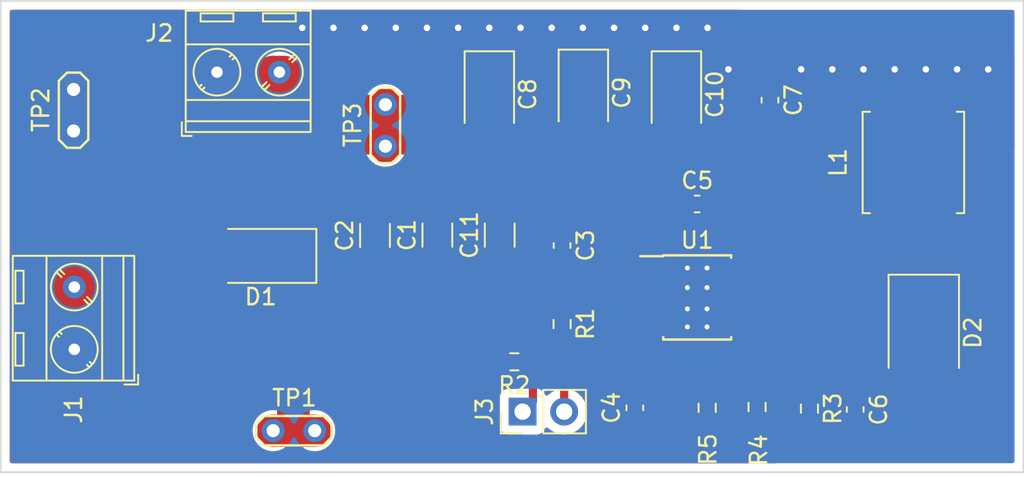
<source format=kicad_pcb>
(kicad_pcb (version 20211014) (generator pcbnew)
  (layers (0 "F.Cu" signal) (31 "B.Cu" signal) (34 "B.Paste" user) (35 "F.Paste" user) (36 "B.SilkS" user "B.Silkscreen") (37 "F.SilkS" user "F.Silkscreen") (38 "B.Mask" user) (39 "F.Mask" user) (44 "Edge.Cuts" user))
  (net 0 "")
  (net 1 "VIN")
  (net 2 "GND")
  (net 3 "Net-(C4-Pad2)")
  (net 4 "Net-(C5-Pad1)")
  (net 5 "Net-(C5-Pad2)")
  (net 6 "Net-(C6-Pad2)")
  (net 7 "3.9V")
  (net 8 "Net-(D1-Pad2)")
  (net 9 "Net-(R1-Pad2)")
  (net 10 "Net-(R3-Pad1)")
  (net 11 "Net-(R4-Pad2)")
  (net 12 "Net-(U1-Pad3)")
  (footprint "Resistor_SMD:R_0603_1608Metric_Pad0.98x0.95mm_HandSolder" (layer "F.Cu") (at 56.134 55.352 180)
    (fp_text reference "R2" (at 0 -1.43) (layer "F.SilkS"))
    (fp_text value "68k")
    (fp_line (start -0.254724 0.5225) (end 0.254724 0.5225) (layer "F.SilkS") (width 0.12))
    (fp_line (start -0.254724 -0.5225) (end 0.254724 -0.5225) (layer "F.SilkS") (width 0.12))
    (pad "1" smd roundrect (at -0.9125 0 180) (size 0.975 0.95) (layers "F.Cu" "F.Paste" "F.Mask") (net 9 "Net-(R1-Pad2)"))
    (pad "2" smd roundrect (at 0.9125 0 180) (size 0.975 0.95) (layers "F.Cu" "F.Paste" "F.Mask") (net 2 "GND"))
  )
  (footprint "Diode_SMD:D_SMA" (layer "F.Cu") (at 40.64 48.875 180)
    (fp_text reference "D1" (at 0 -2.5) (layer "F.SilkS"))
    (fp_text value "1N4007")
    (fp_line (start -3.4 1.65) (end 2 1.65) (layer "F.SilkS") (width 0.12))
    (fp_line (start -3.4 -1.65) (end 2 -1.65) (layer "F.SilkS") (width 0.12))
    (fp_line (start -3.4 -1.65) (end -3.4 1.65) (layer "F.SilkS") (width 0.12))
    (pad "1" smd rect (at -2 0 180) (size 2.5 1.8) (layers "F.Cu" "F.Paste" "F.Mask") (net 1 "VIN"))
    (pad "2" smd rect (at 2 0 180) (size 2.5 1.8) (layers "F.Cu" "F.Paste" "F.Mask") (net 8 "Net-(D1-Pad2)"))
  )
  (footprint "TestPoint:TestPoint_2Pads_Pitch2.54mm_Drill0.8mm" (layer "F.Cu") (at 48.26 42.164 90)
    (fp_text reference "TP3" (at 1.3 -2 90) (layer "F.SilkS"))
    (fp_text value "VOUT")
    (fp_line (start 3.07 0.9) (end -0.53 0.9) (layer "F.SilkS") (width 0.15))
    (fp_line (start 3.07 -0.9) (end 3.57 -0.4) (layer "F.SilkS") (width 0.15))
    (fp_line (start -0.53 -0.9) (end 3.07 -0.9) (layer "F.SilkS") (width 0.15))
    (fp_line (start 3.57 -0.4) (end 3.57 0.4) (layer "F.SilkS") (width 0.15))
    (fp_line (start -1.03 0.4) (end -1.03 -0.4) (layer "F.SilkS") (width 0.15))
    (fp_line (start -1.03 -0.4) (end -0.53 -0.9) (layer "F.SilkS") (width 0.15))
    (fp_line (start -0.53 0.9) (end -1.03 0.4) (layer "F.SilkS") (width 0.15))
    (fp_line (start 3.57 0.4) (end 3.07 0.9) (layer "F.SilkS") (width 0.15))
    (pad "1" thru_hole circle (at 0 0 90) (size 1.4 1.4) (drill 0.8) (layers *.Cu *.Mask) (net 7 "3.9V"))
    (pad "2" thru_hole circle (at 2.54 0 90) (size 1.4 1.4) (drill 0.8) (layers *.Cu *.Mask) (net 7 "3.9V"))
  )
  (footprint "Diode_SMD:D_SMB" (layer "F.Cu") (at 81.153 53.574 -90)
    (fp_text reference "D2" (at 0 -3 90) (layer "F.SilkS"))
    (fp_text value "STPS340U")
    (fp_line (start -3.55 2.15) (end 2.15 2.15) (layer "F.SilkS") (width 0.12))
    (fp_line (start -3.55 -2.15) (end 2.15 -2.15) (layer "F.SilkS") (width 0.12))
    (fp_line (start -3.55 -2.15) (end -3.55 2.15) (layer "F.SilkS") (width 0.12))
    (pad "1" smd rect (at -2.15 0 270) (size 2.5 2.3) (layers "F.Cu" "F.Paste" "F.Mask") (net 5 "Net-(C5-Pad2)"))
    (pad "2" smd rect (at 2.15 0 270) (size 2.5 2.3) (layers "F.Cu" "F.Paste" "F.Mask") (net 2 "GND"))
  )
  (footprint "Resistor_SMD:R_0603_1608Metric_Pad0.98x0.95mm_HandSolder" (layer "F.Cu") (at 74.168 58.2168 -90)
    (fp_text reference "R3" (at 0 -1.43 90) (layer "F.SilkS"))
    (fp_text value "33k")
    (fp_line (start -0.254724 -0.5225) (end 0.254724 -0.5225) (layer "F.SilkS") (width 0.12))
    (fp_line (start -0.254724 0.5225) (end 0.254724 0.5225) (layer "F.SilkS") (width 0.12))
    (pad "1" smd roundrect (at -0.9125 0 270) (size 0.975 0.95) (layers "F.Cu" "F.Paste" "F.Mask") (net 10 "Net-(R3-Pad1)"))
    (pad "2" smd roundrect (at 0.9125 0 270) (size 0.975 0.95) (layers "F.Cu" "F.Paste" "F.Mask") (net 6 "Net-(C6-Pad2)"))
  )
  (footprint "Capacitor_SMD:C_0603_1608Metric_Pad1.08x0.95mm_HandSolder" (layer "F.Cu") (at 67.31 45.7)
    (fp_text reference "C5" (at 0 -1.43) (layer "F.SilkS"))
    (fp_text value "100nF")
    (fp_line (start -0.146267 -0.51) (end 0.146267 -0.51) (layer "F.SilkS") (width 0.12))
    (fp_line (start -0.146267 0.51) (end 0.146267 0.51) (layer "F.SilkS") (width 0.12))
    (pad "1" smd roundrect (at -0.8625 0) (size 1.075 0.95) (layers "F.Cu" "F.Paste" "F.Mask") (net 4 "Net-(C5-Pad1)"))
    (pad "2" smd roundrect (at 0.8625 0) (size 1.075 0.95) (layers "F.Cu" "F.Paste" "F.Mask") (net 5 "Net-(C5-Pad2)"))
  )
  (footprint "Capacitor_SMD:C_1206_3216Metric_Pad1.33x1.80mm_HandSolder" (layer "F.Cu") (at 55.245 47.605 90)
    (fp_text reference "C11" (at 0 -1.85 90) (layer "F.SilkS"))
    (fp_text value "10uF")
    (fp_line (start -0.711252 -0.91) (end 0.711252 -0.91) (layer "F.SilkS") (width 0.12))
    (fp_line (start -0.711252 0.91) (end 0.711252 0.91) (layer "F.SilkS") (width 0.12))
    (pad "1" smd roundrect (at -1.5625 0 90) (size 1.325 1.8) (layers "F.Cu" "F.Paste" "F.Mask") (roundrect_rratio 0.188679) (net 1 "VIN"))
    (pad "2" smd roundrect (at 1.5625 0 90) (size 1.325 1.8) (layers "F.Cu" "F.Paste" "F.Mask") (roundrect_rratio 0.188679) (net 2 "GND"))
  )
  (footprint "Capacitor_SMD:C_0603_1608Metric_Pad1.08x0.95mm_HandSolder" (layer "F.Cu") (at 76.962 58.2676 -90)
    (fp_text reference "C6" (at 0 -1.43 90) (layer "F.SilkS"))
    (fp_text value "1nF")
    (fp_line (start -0.146267 -0.51) (end 0.146267 -0.51) (layer "F.SilkS") (width 0.12))
    (fp_line (start -0.146267 0.51) (end 0.146267 0.51) (layer "F.SilkS") (width 0.12))
    (pad "1" smd roundrect (at -0.8625 0 270) (size 1.075 0.95) (layers "F.Cu" "F.Paste" "F.Mask") (net 2 "GND"))
    (pad "2" smd roundrect (at 0.8625 0 270) (size 1.075 0.95) (layers "F.Cu" "F.Paste" "F.Mask") (net 6 "Net-(C6-Pad2)"))
  )
  (footprint "Connector_PinHeader_2.54mm:PinHeader_1x02_P2.54mm_Vertical" (layer "F.Cu") (at 56.642 58.4 90)
    (fp_text reference "J3" (at 0 -2.33 90) (layer "F.SilkS"))
    (fp_text value "JP")
    (fp_line (start -1.33 3.87) (end 1.33 3.87) (layer "F.SilkS") (width 0.12))
    (fp_line (start -1.33 1.27) (end 1.33 1.27) (layer "F.SilkS") (width 0.12))
    (fp_line (start -1.33 -1.33) (end 0 -1.33) (layer "F.SilkS") (width 0.12))
    (fp_line (start -1.33 1.27) (end -1.33 3.87) (layer "F.SilkS") (width 0.12))
    (fp_line (start 1.33 1.27) (end 1.33 3.87) (layer "F.SilkS") (width 0.12))
    (fp_line (start -1.33 0) (end -1.33 -1.33) (layer "F.SilkS") (width 0.12))
    (pad "1" thru_hole rect (at 0 0 90) (size 1.7 1.7) (drill 1) (layers *.Cu *.Mask) (net 9 "Net-(R1-Pad2)"))
    (pad "2" thru_hole oval (at 0 2.54 90) (size 1.7 1.7) (drill 1) (layers *.Cu *.Mask) (net 12 "Net-(U1-Pad3)"))
  )
  (footprint "Capacitor_Tantalum_SMD:CP_EIA-3528-21_Kemet-B_Pad1.50x2.35mm_HandSolder" (layer "F.Cu") (at 66.04 38.995 -90)
    (fp_text reference "C10" (at 0 -2.35 90) (layer "F.SilkS"))
    (fp_text value "47uF")
    (fp_line (start -2.635 1.51) (end 1.75 1.51) (layer "F.SilkS") (width 0.12))
    (fp_line (start -2.635 -1.51) (end -2.635 1.51) (layer "F.SilkS") (width 0.12))
    (fp_line (start 1.75 -1.51) (end -2.635 -1.51) (layer "F.SilkS") (width 0.12))
    (pad "1" smd roundrect (at -1.625 0 270) (size 1.5 2.35) (layers "F.Cu" "F.Paste" "F.Mask") (roundrect_rratio 0.166667) (net 2 "GND"))
    (pad "2" smd roundrect (at 1.625 0 270) (size 1.5 2.35) (layers "F.Cu" "F.Paste" "F.Mask") (roundrect_rratio 0.166667) (net 7 "3.9V"))
  )
  (footprint "Inductor_SMD:L_Bourns_SRN6045TA" (layer "F.Cu") (at 80.518 43.16 90)
    (fp_text reference "L1" (at 0 -4.6 90) (layer "F.SilkS"))
    (fp_text value "SRN6045TA-100M")
    (fp_line (start -3.1 -3.1) (end 3.1 -3.1) (layer "F.SilkS") (width 0.12))
    (fp_line (start -3.1 3.1) (end -3.1 2.65) (layer "F.SilkS") (width 0.12))
    (fp_line (start 3.1 3.1) (end -3.1 3.1) (layer "F.SilkS") (width 0.12))
    (fp_line (start 3.1 -3.1) (end 3.1 -2.65) (layer "F.SilkS") (width 0.12))
    (fp_line (start 3.1 3.1) (end 3.1 2.65) (layer "F.SilkS") (width 0.12))
    (fp_line (start -3.1 -3.1) (end -3.1 -2.65) (layer "F.SilkS") (width 0.12))
    (pad "1" smd rect (at -2.075 0 90) (size 2.35 5.1) (layers "F.Cu" "F.Paste" "F.Mask") (net 5 "Net-(C5-Pad2)"))
    (pad "2" smd rect (at 2.075 0 90) (size 2.35 5.1) (layers "F.Cu" "F.Paste" "F.Mask") (net 7 "3.9V"))
  )
  (footprint "Resistor_SMD:R_0603_1608Metric_Pad0.98x0.95mm_HandSolder" (layer "F.Cu") (at 67.9196 58.166 -90)
    (fp_text reference "R5" (at 2.5419 -0.0508 90) (layer "F.SilkS"))
    (fp_text value "2.7k")
    (fp_line (start -0.254724 -0.5225) (end 0.254724 -0.5225) (layer "F.SilkS") (width 0.12))
    (fp_line (start -0.254724 0.5225) (end 0.254724 0.5225) (layer "F.SilkS") (width 0.12))
    (pad "1" smd roundrect (at -0.9125 0 270) (size 0.975 0.95) (layers "F.Cu" "F.Paste" "F.Mask") (net 11 "Net-(R4-Pad2)"))
    (pad "2" smd roundrect (at 0.9125 0 270) (size 0.975 0.95) (layers "F.Cu" "F.Paste" "F.Mask") (net 2 "GND"))
  )
  (footprint "Capacitor_SMD:C_0603_1608Metric_Pad1.08x0.95mm_HandSolder" (layer "F.Cu") (at 63.5 58.166 90)
    (fp_text reference "C4" (at 0 -1.43 90) (layer "F.SilkS"))
    (fp_text value "8.2nF")
    (fp_line (start -0.146267 0.51) (end 0.146267 0.51) (layer "F.SilkS") (width 0.12))
    (fp_line (start -0.146267 -0.51) (end 0.146267 -0.51) (layer "F.SilkS") (width 0.12))
    (pad "1" smd roundrect (at -0.8625 0 90) (size 1.075 0.95) (layers "F.Cu" "F.Paste" "F.Mask") (net 2 "GND"))
    (pad "2" smd roundrect (at 0.8625 0 90) (size 1.075 0.95) (layers "F.Cu" "F.Paste" "F.Mask") (net 3 "Net-(C4-Pad2)"))
  )
  (footprint "Capacitor_SMD:C_1206_3216Metric_Pad1.33x1.80mm_HandSolder" (layer "F.Cu") (at 47.625 47.625 90)
    (fp_text reference "C2" (at 0 -1.85 90) (layer "F.SilkS"))
    (fp_text value "10uF")
    (fp_line (start -0.711252 -0.91) (end 0.711252 -0.91) (layer "F.SilkS") (width 0.12))
    (fp_line (start -0.711252 0.91) (end 0.711252 0.91) (layer "F.SilkS") (width 0.12))
    (pad "1" smd roundrect (at -1.5625 0 90) (size 1.325 1.8) (layers "F.Cu" "F.Paste" "F.Mask") (roundrect_rratio 0.188679) (net 1 "VIN"))
    (pad "2" smd roundrect (at 1.5625 0 90) (size 1.325 1.8) (layers "F.Cu" "F.Paste" "F.Mask") (roundrect_rratio 0.188679) (net 2 "GND"))
  )
  (footprint "Capacitor_SMD:C_1206_3216Metric_Pad1.33x1.80mm_HandSolder" (layer "F.Cu") (at 51.435 47.605 90)
    (fp_text reference "C1" (at 0 -1.85 90) (layer "F.SilkS"))
    (fp_text value "10uF")
    (fp_line (start -0.711252 0.91) (end 0.711252 0.91) (layer "F.SilkS") (width 0.12))
    (fp_line (start -0.711252 -0.91) (end 0.711252 -0.91) (layer "F.SilkS") (width 0.12))
    (pad "1" smd roundrect (at -1.5625 0 90) (size 1.325 1.8) (layers "F.Cu" "F.Paste" "F.Mask") (roundrect_rratio 0.188679) (net 1 "VIN"))
    (pad "2" smd roundrect (at 1.5625 0 90) (size 1.325 1.8) (layers "F.Cu" "F.Paste" "F.Mask") (roundrect_rratio 0.188679) (net 2 "GND"))
  )
  (footprint "TestPoint:TestPoint_2Pads_Pitch2.54mm_Drill0.8mm" (layer "F.Cu") (at 41.402 59.563)
    (fp_text reference "TP1" (at 1.3 -2) (layer "F.SilkS"))
    (fp_text value "VIN")
    (fp_line (start 3.07 0.9) (end -0.53 0.9) (layer "F.SilkS") (width 0.15))
    (fp_line (start -0.53 0.9) (end -1.03 0.4) (layer "F.SilkS") (width 0.15))
    (fp_line (start 3.07 -0.9) (end 3.57 -0.4) (layer "F.SilkS") (width 0.15))
    (fp_line (start -1.03 0.4) (end -1.03 -0.4) (layer "F.SilkS") (width 0.15))
    (fp_line (start -1.03 -0.4) (end -0.53 -0.9) (layer "F.SilkS") (width 0.15))
    (fp_line (start -0.53 -0.9) (end 3.07 -0.9) (layer "F.SilkS") (width 0.15))
    (fp_line (start 3.57 -0.4) (end 3.57 0.4) (layer "F.SilkS") (width 0.15))
    (fp_line (start 3.57 0.4) (end 3.07 0.9) (layer "F.SilkS") (width 0.15))
    (pad "1" thru_hole circle (at 0 0) (size 1.4 1.4) (drill 0.8) (layers *.Cu *.Mask) (net 1 "VIN"))
    (pad "2" thru_hole circle (at 2.54 0) (size 1.4 1.4) (drill 0.8) (layers *.Cu *.Mask) (net 1 "VIN"))
  )
  (footprint "Resistor_SMD:R_0603_1608Metric_Pad0.98x0.95mm_HandSolder" (layer "F.Cu") (at 59.055 53.0425 -90)
    (fp_text reference "R1" (at 0 -1.43 90) (layer "F.SilkS"))
    (fp_text value "333k")
    (fp_line (start -0.254724 0.5225) (end 0.254724 0.5225) (layer "F.SilkS") (width 0.12))
    (fp_line (start -0.254724 -0.5225) (end 0.254724 -0.5225) (layer "F.SilkS") (width 0.12))
    (pad "1" smd roundrect (at -0.9125 0 270) (size 0.975 0.95) (layers "F.Cu" "F.Paste" "F.Mask") (net 1 "VIN"))
    (pad "2" smd roundrect (at 0.9125 0 270) (size 0.975 0.95) (layers "F.Cu" "F.Paste" "F.Mask") (net 9 "Net-(R1-Pad2)"))
  )
  (footprint "Capacitor_Tantalum_SMD:CP_EIA-3528-21_Kemet-B_Pad1.50x2.35mm_HandSolder" (layer "F.Cu") (at 54.61 38.995 -90)
    (fp_text reference "C8" (at 0 -2.35 90) (layer "F.SilkS"))
    (fp_text value "47uF")
    (fp_line (start 1.75 -1.51) (end -2.635 -1.51) (layer "F.SilkS") (width 0.12))
    (fp_line (start -2.635 1.51) (end 1.75 1.51) (layer "F.SilkS") (width 0.12))
    (fp_line (start -2.635 -1.51) (end -2.635 1.51) (layer "F.SilkS") (width 0.12))
    (pad "1" smd roundrect (at -1.625 0 270) (size 1.5 2.35) (layers "F.Cu" "F.Paste" "F.Mask") (roundrect_rratio 0.166667) (net 2 "GND"))
    (pad "2" smd roundrect (at 1.625 0 270) (size 1.5 2.35) (layers "F.Cu" "F.Paste" "F.Mask") (roundrect_rratio 0.166667) (net 7 "3.9V"))
  )
  (footprint "TestPoint:TestPoint_2Pads_Pitch2.54mm_Drill0.8mm" (layer "F.Cu") (at 29.21 41.235 90)
    (fp_text reference "TP2" (at 1.3 -2 90) (layer "F.SilkS"))
    (fp_text value "GND")
    (fp_line (start 3.57 0.4) (end 3.07 0.9) (layer "F.SilkS") (width 0.15))
    (fp_line (start 3.57 -0.4) (end 3.57 0.4) (layer "F.SilkS") (width 0.15))
    (fp_line (start -1.03 -0.4) (end -0.53 -0.9) (layer "F.SilkS") (width 0.15))
    (fp_line (start 3.07 0.9) (end -0.53 0.9) (layer "F.SilkS") (width 0.15))
    (fp_line (start -0.53 -0.9) (end 3.07 -0.9) (layer "F.SilkS") (width 0.15))
    (fp_line (start -0.53 0.9) (end -1.03 0.4) (layer "F.SilkS") (width 0.15))
    (fp_line (start 3.07 -0.9) (end 3.57 -0.4) (layer "F.SilkS") (width 0.15))
    (fp_line (start -1.03 0.4) (end -1.03 -0.4) (layer "F.SilkS") (width 0.15))
    (pad "1" thru_hole circle (at 0 0 90) (size 1.4 1.4) (drill 0.8) (layers *.Cu *.Mask) (net 2 "GND"))
    (pad "2" thru_hole circle (at 2.54 0 90) (size 1.4 1.4) (drill 0.8) (layers *.Cu *.Mask) (net 2 "GND"))
  )
  (footprint "Capacitor_Tantalum_SMD:CP_EIA-3528-21_Kemet-B_Pad1.50x2.35mm_HandSolder" (layer "F.Cu") (at 60.355 38.895 -90)
    (fp_text reference "C9" (at 0 -2.35 90) (layer "F.SilkS"))
    (fp_text value "47uF")
    (fp_line (start 1.75 -1.51) (end -2.635 -1.51) (layer "F.SilkS") (width 0.12))
    (fp_line (start -2.635 1.51) (end 1.75 1.51) (layer "F.SilkS") (width 0.12))
    (fp_line (start -2.635 -1.51) (end -2.635 1.51) (layer "F.SilkS") (width 0.12))
    (pad "1" smd roundrect (at -1.625 0 270) (size 1.5 2.35) (layers "F.Cu" "F.Paste" "F.Mask") (roundrect_rratio 0.166667) (net 2 "GND"))
    (pad "2" smd roundrect (at 1.625 0 270) (size 1.5 2.35) (layers "F.Cu" "F.Paste" "F.Mask") (roundrect_rratio 0.166667) (net 7 "3.9V"))
  )
  (footprint "Package_SO:TI_SO-PowerPAD-8_ThermalVias" (layer "F.Cu") (at 67.31 51.415)
    (fp_text reference "U1" (at 0 -3.5) (layer "F.SilkS"))
    (fp_text value "TPS54331DDA")
    (fp_line (start -2.075 2.575) (end -2.075 2.43) (layer "F.SilkS") (width 0.15))
    (fp_line (start 2.075 2.575) (end 2.075 2.43) (layer "F.SilkS") (width 0.15))
    (fp_line (start 2.075 -2.575) (end 2.075 -2.43) (layer "F.SilkS") (width 0.15))
    (fp_line (start -2.075 -2.525) (end -3.475 -2.525) (layer "F.SilkS") (width 0.15))
    (fp_line (start -2.075 -2.575) (end 2.075 -2.575) (layer "F.SilkS") (width 0.15))
    (fp_line (start -2.075 2.575) (end 2.075 2.575) (layer "F.SilkS") (width 0.15))
    (fp_line (start -2.075 -2.575) (end -2.075 -2.525) (layer "F.SilkS") (width 0.15))
    (pad "1" smd rect (at -2.7 -1.905) (size 1.55 0.6) (layers "F.Cu" "F.Paste" "F.Mask") (net 4 "Net-(C5-Pad1)"))
    (pad "2" smd rect (at -2.7 -0.635) (size 1.55 0.6) (layers "F.Cu" "F.Paste" "F.Mask") (net 1 "VIN"))
    (pad "3" smd rect (at -2.7 0.635) (size 1.55 0.6) (layers "F.Cu" "F.Paste" "F.Mask") (net 12 "Net-(U1-Pad3)"))
    (pad "4" smd rect (at -2.7 1.905) (size 1.55 0.6) (layers "F.Cu" "F.Paste" "F.Mask") (net 3 "Net-(C4-Pad2)"))
    (pad "5" smd rect (at 2.7 1.905) (size 1.55 0.6) (layers "F.Cu" "F.Paste" "F.Mask") (net 11 "Net-(R4-Pad2)"))
    (pad "6" smd rect (at 2.7 0.635) (size 1.55 0.6) (layers "F.Cu" "F.Paste" "F.Mask") (net 10 "Net-(R3-Pad1)"))
    (pad "7" smd rect (at 2.7 -0.635) (size 1.55 0.6) (layers "F.Cu" "F.Paste" "F.Mask") (net 2 "GND"))
    (pad "8" smd rect (at 2.7 -1.905) (size 1.55 0.6) (layers "F.Cu" "F.Paste" "F.Mask") (net 5 "Net-(C5-Pad2)"))
    (pad "9" smd rect (at 0 0) (size 2.6 3.1) (layers "F.Cu" "F.Paste" "F.Mask") (net 2 "GND"))
    (pad "9" thru_hole circle (at -0.6 -0.6) (size 0.6 0.6) (drill 0.3) (layers *.Cu) (net 2 "GND"))
    (pad "9" thru_hole circle (at -0.6 -1.8) (size 0.6 0.6) (drill 0.3) (layers *.Cu) (net 2 "GND"))
    (pad "9" thru_hole circle (at 0.6 -1.8) (size 0.6 0.6) (drill 0.3) (layers *.Cu) (net 2 "GND"))
    (pad "9" thru_hole circle (at -0.6 1.8) (size 0.6 0.6) (drill 0.3) (layers *.Cu) (net 2 "GND"))
    (pad "9" thru_hole circle (at 0.6 -0.6) (size 0.6 0.6) (drill 0.3) (layers *.Cu) (net 2 "GND"))
    (pad "9" thru_hole circle (at -0.6 0.7) (size 0.6 0.6) (drill 0.3) (layers *.Cu) (net 2 "GND"))
    (pad "9" smd rect (at 0 0) (size 2.95 4.5) (layers "B.Cu") (net 2 "GND"))
    (pad "9" thru_hole circle (at 0.6 0.7) (size 0.6 0.6) (drill 0.3) (layers *.Cu) (net 2 "GND"))
    (pad "9" smd rect (at 0 0) (size 2.95 4.5) (layers "F.Cu") (net 2 "GND"))
    (pad "9" thru_hole circle (at 0.6 1.8) (size 0.6 0.6) (drill 0.3) (layers *.Cu) (net 2 "GND"))
  )
  (footprint "TerminalBlock_MetzConnect:TerminalBlock_MetzConnect_Type086_RT03402HBLC_1x02_P3.81mm_Horizontal" (layer "F.Cu") (at 37.973 37.637)
    (fp_text reference "J2" (at -3.5306 -2.3818) (layer "F.SilkS"))
    (fp_text value "VOUT")
    (fp_line (start -2.15 3.9) (end -1.55 3.9) (layer "F.SilkS") (width 0.12))
    (fp_line (start -1 -3.6) (end 1 -3.6) (layer "F.SilkS") (width 0.12))
    (fp_line (start 3.2 0.786) (end 2.9 1.085) (layer "F.SilkS") (width 0.12))
    (fp_line (start -2.15 3.06) (end -2.15 3.9) (layer "F.SilkS") (width 0.12))
    (fp_line (start 1 -3.6) (end 1 -3.1) (layer "F.SilkS") (width 0.12))
    (fp_line (start 4.81 -3.6) (end 4.81 -3.1) (layer "F.SilkS") (width 0.12))
    (fp_line (start 2.81 -3.1) (end 4.81 -3.1) (layer "F.SilkS") (width 0.12))
    (fp_line (start -0.771 0.945) (end -0.911 1.085) (layer "F.SilkS") (width 0.12))
    (fp_line (start 4.721 -1.085) (end 4.421 -0.786) (layer "F.SilkS") (width 0.12))
    (fp_line (start -1.91 -3.76) (end -1.91 3.66) (layer "F.SilkS") (width 0.12))
    (fp_line (start -1.91 3.66) (end 5.72 3.66) (layer "F.SilkS") (width 0.12))
    (fp_line (start -0.946 0.771) (end -1.085 0.91) (layer "F.SilkS") (width 0.12))
    (fp_line (start 1.085 -0.91) (end 0.945 -0.771) (layer "F.SilkS") (width 0.12))
    (fp_line (start -1 -3.6) (end -1 -3.1) (layer "F.SilkS") (width 0.12))
    (fp_line (start 3.025 0.611) (end 2.726 0.91) (layer "F.SilkS") (width 0.12))
    (fp_line (start -1 -3.1) (end 1 -3.1) (layer "F.SilkS") (width 0.12))
    (fp_line (start 5.72 -3.76) (end 5.72 3.66) (layer "F.SilkS") (width 0.12))
    (fp_line (start -1.91 3) (end 5.72 3) (layer "F.SilkS") (width 0.12))
    (fp_line (start -1.91 1.701) (end 5.72 1.701) (layer "F.SilkS") (width 0.12))
    (fp_line (start 4.895 -0.91) (end 4.596 -0.611) (layer "F.SilkS") (width 0.12))
    (fp_line (start 0.911 -1.085) (end 0.771 -0.945) (layer "F.SilkS") (width 0.12))
    (fp_line (start -1.91 -3.76) (end 5.72 -3.76) (layer "F.SilkS") (width 0.12))
    (fp_line (start 2.81 -3.6) (end 4.81 -3.6) (layer "F.SilkS") (width 0.12))
    (fp_line (start -1.91 -1.7) (end 5.72 -1.7) (layer "F.SilkS") (width 0.12))
    (fp_line (start 2.81 -3.6) (end 2.81 -3.1) (layer "F.SilkS") (width 0.12))
    (fp_circle (center 0 0) (end 1.43 0) (layer "F.SilkS") (width 0.12) (fill none))
    (fp_circle (center 3.81 0) (end 5.24 0) (layer "F.SilkS") (width 0.12) (fill none))
    (pad "1" thru_hole rect (at 0 0) (size 1.4 1.4) (drill 0.7) (layers *.Cu *.Mask) (net 2 "GND"))
    (pad "2" thru_hole circle (at 3.81 0) (size 1.4 1.4) (drill 0.7) (layers *.Cu *.Mask) (net 7 "3.9V"))
  )
  (footprint "TerminalBlock_MetzConnect:TerminalBlock_MetzConnect_Type086_RT03402HBLC_1x02_P3.81mm_Horizontal" (layer "F.Cu") (at 29.255 54.59 90)
    (fp_text reference "J1" (at -3.6776 -0.045 90) (layer "F.SilkS"))
    (fp_text value "VIN")
    (fp_line (start -1.91 3) (end 5.72 3) (layer "F.SilkS") (width 0.12))
    (fp_line (start 4.895 -0.91) (end 4.596 -0.611) (layer "F.SilkS") (width 0.12))
    (fp_line (start 2.81 -3.1) (end 4.81 -3.1) (layer "F.SilkS") (width 0.12))
    (fp_line (start -1.91 -3.76) (end -1.91 3.66) (layer "F.SilkS") (width 0.12))
    (fp_line (start 4.81 -3.6) (end 4.81 -3.1) (layer "F.SilkS") (width 0.12))
    (fp_line (start -1 -3.6) (end -1 -3.1) (layer "F.SilkS") (width 0.12))
    (fp_line (start 2.81 -3.6) (end 4.81 -3.6) (layer "F.SilkS") (width 0.12))
    (fp_line (start 1.085 -0.91) (end 0.945 -0.771) (layer "F.SilkS") (width 0.12))
    (fp_line (start -0.771 0.945) (end -0.911 1.085) (layer "F.SilkS") (width 0.12))
    (fp_line (start -1.91 1.701) (end 5.72 1.701) (layer "F.SilkS") (width 0.12))
    (fp_line (start -1.91 -3.76) (end 5.72 -3.76) (layer "F.SilkS") (width 0.12))
    (fp_line (start -1.91 3.66) (end 5.72 3.66) (layer "F.SilkS") (width 0.12))
    (fp_line (start -1 -3.6) (end 1 -3.6) (layer "F.SilkS") (width 0.12))
    (fp_line (start -2.15 3.06) (end -2.15 3.9) (layer "F.SilkS") (width 0.12))
    (fp_line (start -0.946 0.771) (end -1.085 0.91) (layer "F.SilkS") (width 0.12))
    (fp_line (start 3.025 0.611) (end 2.726 0.91) (layer "F.SilkS") (width 0.12))
    (fp_line (start -1.91 -1.7) (end 5.72 -1.7) (layer "F.SilkS") (width 0.12))
    (fp_line (start -1 -3.1) (end 1 -3.1) (layer "F.SilkS") (width 0.12))
    (fp_line (start -2.15 3.9) (end -1.55 3.9) (layer "F.SilkS") (width 0.12))
    (fp_line (start 5.72 -3.76) (end 5.72 3.66) (layer "F.SilkS") (width 0.12))
    (fp_line (start 2.81 -3.6) (end 2.81 -3.1) (layer "F.SilkS") (width 0.12))
    (fp_line (start 1 -3.6) (end 1 -3.1) (layer "F.SilkS") (width 0.12))
    (fp_line (start 4.721 -1.085) (end 4.421 -0.786) (layer "F.SilkS") (width 0.12))
    (fp_line (start 3.2 0.786) (end 2.9 1.085) (layer "F.SilkS") (width 0.12))
    (fp_line (start 0.911 -1.085) (end 0.771 -0.945) (layer "F.SilkS") (width 0.12))
    (fp_circle (center 0 0) (end 1.43 0) (layer "F.SilkS") (width 0.12) (fill none))
    (fp_circle (center 3.81 0) (end 5.24 0) (layer "F.SilkS") (width 0.12) (fill none))
    (pad "1" thru_hole rect (at 0 0 90) (size 1.4 1.4) (drill 0.7) (layers *.Cu *.Mask) (net 2 "GND"))
    (pad "2" thru_hole circle (at 3.81 0 90) (size 1.4 1.4) (drill 0.7) (layers *.Cu *.Mask) (net 8 "Net-(D1-Pad2)"))
  )
  (footprint "Capacitor_SMD:C_0603_1608Metric_Pad1.08x0.95mm_HandSolder" (layer "F.Cu") (at 59.055 48.24 -90)
    (fp_text reference "C3" (at 0 -1.43 90) (layer "F.SilkS"))
    (fp_text value "100nF")
    (fp_line (start -0.146267 -0.51) (end 0.146267 -0.51) (layer "F.SilkS") (width 0.12))
    (fp_line (start -0.146267 0.51) (end 0.146267 0.51) (layer "F.SilkS") (width 0.12))
    (pad "1" smd roundrect (at -0.8625 0 270) (size 1.075 0.95) (layers "F.Cu" "F.Paste" "F.Mask") (net 2 "GND"))
    (pad "2" smd roundrect (at 0.8625 0 270) (size 1.075 0.95) (layers "F.Cu" "F.Paste" "F.Mask") (net 1 "VIN"))
  )
  (footprint "Capacitor_SMD:C_0603_1608Metric_Pad1.08x0.95mm_HandSolder" (layer "F.Cu") (at 71.755 39.35 -90)
    (fp_text reference "C7" (at 0 -1.43 90) (layer "F.SilkS"))
    (fp_text value "100nF")
    (fp_line (start -0.146267 0.51) (end 0.146267 0.51) (layer "F.SilkS") (width 0.12))
    (fp_line (start -0.146267 -0.51) (end 0.146267 -0.51) (layer "F.SilkS") (width 0.12))
    (pad "1" smd roundrect (at -0.8625 0 270) (size 1.075 0.95) (layers "F.Cu" "F.Paste" "F.Mask") (net 2 "GND"))
    (pad "2" smd roundrect (at 0.8625 0 270) (size 1.075 0.95) (layers "F.Cu" "F.Paste" "F.Mask") (net 7 "3.9V"))
  )
  (footprint "Resistor_SMD:R_0603_1608Metric_Pad0.98x0.95mm_HandSolder" (layer "F.Cu") (at 70.9676 58.1152 90)
    (fp_text reference "R4" (at -2.6397 0.1016 90) (layer "F.SilkS"))
    (fp_text value "10k")
    (fp_line (start -0.254724 -0.5225) (end 0.254724 -0.5225) (layer "F.SilkS") (width 0.12))
    (fp_line (start -0.254724 0.5225) (end 0.254724 0.5225) (layer "F.SilkS") (width 0.12))
    (pad "1" smd roundrect (at -0.9125 0 90) (size 0.975 0.95) (layers "F.Cu" "F.Paste" "F.Mask") (net 7 "3.9V"))
    (pad "2" smd roundrect (at 0.9125 0 90) (size 0.975 0.95) (layers "F.Cu" "F.Paste" "F.Mask") (net 11 "Net-(R4-Pad2)"))
  )
  (gr_rect (start 24.765 62.103) (end 87.249 33.274) (layer "Edge.Cuts") (width 0.1) (fill none))
  (gr_text "GND" (at 29.3116 58.0136) (layer "F.Cu") (effects (font (size 1 1))))
  (gr_text "GND\n" (at 33.1216 37.9476 180) (layer "F.Cu") (effects (font (size 1 1))))
  (gr_text "UV CFG" (at 53.3908 58.6232 270) (layer "F.Cu") (effects (font (size 0.5 0.5) (thickness 0.075))))
  (gr_text "VIN\n" (at 38.5064 59.6392) (layer "F.Cu") (effects (font (size 1 1))))
  (gr_text "24V" (at 29.0068 47.2948) (layer "F.Cu") (effects (font (size 1 1))))
  (gr_text "HASAN YUCEL COGAL" (at 78.3844 35.0012 180) (layer "F.Cu") (effects (font (size 1 1))))
  (gr_text "3.9V" (at 48.1584 37.084 180) (layer "F.Cu") (effects (font (size 1 1))))
  (segment (start 41.402 59.563) (end 43.942 59.563) (width 2) (layer "F.Cu") (net 1))
  (segment (start 42.64 59.023) (end 42.672 59.055) (width 2) (layer "F.Cu") (net 1))
  (segment (start 42.64 48.875) (end 42.64 59.023) (width 2) (layer "F.Cu") (net 1))
  (segment (start 67.91 50.815) (end 73.7766 50.815) (width 1) (layer "F.Cu") (net 2))
  (via (at 67.945 34.925) (size 0.8) (drill 0.4) (layers "F.Cu" "B.Cu") (net 2))
  (via (at 54.61 34.925) (size 0.8) (drill 0.4) (layers "F.Cu" "B.Cu") (net 2))
  (via (at 50.8 34.925) (size 0.8) (drill 0.4) (layers "F.Cu" "B.Cu") (net 2))
  (via (at 77.47 37.465) (size 0.8) (drill 0.4) (layers "F.Cu" "B.Cu") (net 2))
  (via (at 43.18 34.925) (size 0.8) (drill 0.4) (layers "F.Cu" "B.Cu") (net 2))
  (via (at 81.28 37.465) (size 0.8) (drill 0.4) (layers "F.Cu" "B.Cu") (net 2))
  (via (at 83.185 37.465) (size 0.8) (drill 0.4) (layers "F.Cu" "B.Cu") (net 2))
  (via (at 56.515 34.925) (size 0.8) (drill 0.4) (layers "F.Cu" "B.Cu") (net 2))
  (via (at 46.99 34.925) (size 0.8) (drill 0.4) (layers "F.Cu" "B.Cu") (net 2))
  (via (at 73.66 37.465) (size 0.8) (drill 0.4) (layers "F.Cu" "B.Cu") (net 2))
  (via (at 60.325 34.925) (size 0.8) (drill 0.4) (layers "F.Cu" "B.Cu") (net 2))
  (via (at 45.085 34.925) (size 0.8) (drill 0.4) (layers "F.Cu" "B.Cu") (net 2))
  (via (at 79.375 37.465) (size 0.8) (drill 0.4) (layers "F.Cu" "B.Cu") (net 2))
  (via (at 64.135 34.925) (size 0.8) (drill 0.4) (layers "F.Cu" "B.Cu") (net 2))
  (via (at 62.23 34.925) (size 0.8) (drill 0.4) (layers "F.Cu" "B.Cu") (net 2))
  (via (at 85.09 37.465) (size 0.8) (drill 0.4) (layers "F.Cu" "B.Cu") (net 2))
  (via (at 48.895 34.925) (size 0.8) (drill 0.4) (layers "F.Cu" "B.Cu") (net 2))
  (via (at 58.42 34.925) (size 0.8) (drill 0.4) (layers "F.Cu" "B.Cu") (net 2))
  (via (at 52.705 34.925) (size 0.8) (drill 0.4) (layers "F.Cu" "B.Cu") (net 2))
  (via (at 66.04 34.925) (size 0.8) (drill 0.4) (layers "F.Cu" "B.Cu") (net 2))
  (via (at 69.215 37.465) (size 0.8) (drill 0.4) (layers "F.Cu" "B.Cu") (net 2))
  (via (at 75.565 37.465) (size 0.8) (drill 0.4) (layers "F.Cu" "B.Cu") (net 2))
  (segment (start 63.246 57.0495) (end 63.5 57.3035) (width 0.5) (layer "F.Cu") (net 3))
  (segment (start 63.754 53.32) (end 63.246 53.828) (width 0.5) (layer "F.Cu") (net 3))
  (segment (start 64.61 53.32) (end 63.754 53.32) (width 0.5) (layer "F.Cu") (net 3))
  (segment (start 63.246 53.828) (end 63.246 57.0495) (width 0.5) (layer "F.Cu") (net 3))
  (segment (start 62.865 49.51) (end 62.23 48.875) (width 0.5) (layer "F.Cu") (net 4))
  (segment (start 62.865 45.7) (end 66.4475 45.7) (width 0.5) (layer "F.Cu") (net 4))
  (segment (start 64.61 49.51) (end 62.865 49.51) (width 0.5) (layer "F.Cu") (net 4))
  (segment (start 62.23 48.875) (end 62.23 46.335) (width 0.5) (layer "F.Cu") (net 4))
  (segment (start 62.23 46.335) (end 62.865 45.7) (width 0.5) (layer "F.Cu") (net 4))
  (segment (start 72.39 46.335) (end 71.755 45.7) (width 0.5) (layer "F.Cu") (net 5))
  (segment (start 70.01 49.51) (end 71.755 49.51) (width 0.5) (layer "F.Cu") (net 5))
  (segment (start 72.39 48.875) (end 72.39 46.335) (width 0.5) (layer "F.Cu") (net 5))
  (segment (start 71.755 45.7) (end 68.1725 45.7) (width 0.5) (layer "F.Cu") (net 5))
  (segment (start 71.755 49.51) (end 72.39 48.875) (width 0.5) (layer "F.Cu") (net 5))
  (segment (start 74.1688 59.1301) (end 74.168 59.1293) (width 0.5) (layer "F.Cu") (net 6))
  (segment (start 76.962 59.1301) (end 74.1688 59.1301) (width 0.5) (layer "F.Cu") (net 6))
  (segment (start 40.894 38.1) (end 40.894 41.656) (width 2) (layer "F.Cu") (net 7))
  (segment (start 72.7475 60.8076) (end 83.9724 60.8076) (width 0.5) (layer "F.Cu") (net 7))
  (segment (start 70.9676 59.0277) (end 72.7475 60.8076) (width 0.5) (layer "F.Cu") (net 7))
  (segment (start 85.6996 42.646237) (end 84.607763 41.5544) (width 0.5) (layer "F.Cu") (net 7))
  (segment (start 42.082 37.637) (end 42.672 38.227) (width 2) (layer "F.Cu") (net 7))
  (segment (start 41.783 37.637) (end 42.082 37.637) (width 2) (layer "F.Cu") (net 7))
  (segment (start 83.9724 60.8076) (end 85.6996 59.0804) (width 0.5) (layer "F.Cu") (net 7))
  (segment (start 42.672 38.227) (end 42.672 41.656) (width 2) (layer "F.Cu") (net 7))
  (segment (start 41.357 37.637) (end 40.894 38.1) (width 2) (layer "F.Cu") (net 7))
  (segment (start 41.783 37.637) (end 41.357 37.637) (width 2) (layer "F.Cu") (net 7))
  (segment (start 48.26 39.624) (end 48.26 42.164) (width 2) (layer "F.Cu") (net 7))
  (segment (start 85.6996 59.0804) (end 85.6996 42.646237) (width 0.5) (layer "F.Cu") (net 7))
  (segment (start 57.272 55.357) (end 58.674 53.955) (width 0.5) (layer "F.Cu") (net 9))
  (segment (start 57.272 57.77) (end 57.272 55.357) (width 0.5) (layer "F.Cu") (net 9))
  (segment (start 56.642 58.4) (end 57.272 57.77) (width 0.5) (layer "F.Cu") (net 9))
  (segment (start 58.674 53.955) (end 59.055 53.955) (width 0.5) (layer "F.Cu") (net 9))
  (segment (start 74.2696 57.2027) (end 74.2696 53.086) (width 0.5) (layer "F.Cu") (net 10))
  (segment (start 74.2696 53.086) (end 73.2336 52.05) (width 0.5) (layer "F.Cu") (net 10))
  (segment (start 74.168 57.3043) (end 74.2696 57.2027) (width 0.5) (layer "F.Cu") (net 10))
  (segment (start 73.2336 52.05) (end 70.01 52.05) (width 0.5) (layer "F.Cu") (net 10))
  (segment (start 71.227 53.32) (end 71.882 53.975) (width 0.5) (layer "F.Cu") (net 11))
  (segment (start 68.0231 57.15) (end 67.9196 57.2535) (width 0.5) (layer "F.Cu") (net 11))
  (segment (start 70.9149 57.15) (end 68.0231 57.15) (width 0.5) (layer "F.Cu") (net 11))
  (segment (start 70.9676 57.2027) (end 70.9149 57.15) (width 0.5) (layer "F.Cu") (net 11))
  (segment (start 70.9676 56.1594) (end 70.9676 57.2027) (width 0.5) (layer "F.Cu") (net 11))
  (segment (start 70.01 53.32) (end 71.227 53.32) (width 0.5) (layer "F.Cu") (net 11))
  (segment (start 71.882 55.245) (end 70.9676 56.1594) (width 0.5) (layer "F.Cu") (net 11))
  (segment (start 71.882 53.975) (end 71.882 55.245) (width 0.5) (layer "F.Cu") (net 11))
  (segment (start 64.61 52.05) (end 63.246 52.05) (width 0.5) (layer "F.Cu") (net 12))
  (segment (start 62.103 53.193) (end 62.103 53.975) (width 0.5) (layer "F.Cu") (net 12))
  (segment (start 62.103 53.975) (end 59.182 56.896) (width 0.5) (layer "F.Cu") (net 12))
  (segment (start 59.182 56.896) (end 59.182 58.4) (width 0.5) (layer "F.Cu") (net 12))
  (segment (start 63.246 52.05) (end 62.103 53.193) (width 0.5) (layer "F.Cu") (net 12))
  (zone (net 7) (net_name "3.9V") (layer "F.Cu") (priority 1) (connect_pads yes (clearance 0.508)) (min_thickness 0.254) (fill yes (thermal_gap 0.508) (thermal_bridge_width 0.508) (smoothing fillet) (radius 1))
    (polygon (pts (xy 84.6328 42.672) (xy 40.132 42.672) (xy 40.132 38.995) (xy 80.264 39.116) (xy 84.6328 39.116)))
  )
  (zone (net 1) (net_name "VIN") (layer "F.Cu") (name "VIN") (priority 1) (connect_pads yes (clearance 0.508)) (min_thickness 0.254) (fill yes (thermal_gap 0.508) (thermal_bridge_width 0.508) (smoothing fillet) (radius 1))
    (polygon (pts (xy 45.466 48.24) (xy 65.659 48.24) (xy 65.659 52.685) (xy 41.275 52.685) (xy 41.275 45.7) (xy 45.466 45.7)))
  )
  (zone (net 8) (net_name "Net-(D1-Pad2)") (layer "F.Cu") (priority 1) (connect_pads yes (clearance 0.508)) (min_thickness 0.254) (fill yes (thermal_gap 0.508) (thermal_bridge_width 0.508) (smoothing fillet) (radius 1))
    (polygon (pts (xy 40.005 52.685) (xy 26.67 52.685) (xy 26.67 45.7) (xy 40.005 45.7)))
  )
  (zone (net 2) (net_name "GND") (layers F&B.Cu) (connect_pads yes (clearance 0.55)) (min_thickness 0.254) (fill yes (thermal_gap 0.508) (thermal_bridge_width 0.508))
    (polygon (pts (xy 87.249 62.103) (xy 24.765 62.103) (xy 24.765 33.274) (xy 87.249 33.274)))
  )
  (zone (net 2) (net_name "GND") (layer "F.Cu") (connect_pads yes (clearance 0.55)) (min_thickness 0.254) (fill yes (thermal_gap 0.508) (thermal_bridge_width 0.508) (smoothing fillet) (radius 1))
    (polygon (pts (xy 87.2236 62.103) (xy 24.765 62.103) (xy 24.765 33.274) (xy 87.2236 33.274)))
  )
  (zone (net 0) (net_name "") (layer "F.Cu") (connect_pads yes (clearance 0)) (min_thickness 0.254)
    (keepout (tracks not_allowed) (vias not_allowed) (pads not_allowed) (copperpour not_allowed) (footprints allowed))
    (fill (thermal_gap 0.508) (thermal_bridge_width 0.508))
    (polygon (pts (xy 85.4202 52.832) (xy 84.728042 52.83755) (xy 84.62823 42.753157) (xy 85.447388 42.747607)))
  )
  (zone (net 5) (net_name "Net-(C5-Pad2)") (layer "F.Cu") (priority 1) (connect_pads yes (clearance 0.508)) (min_thickness 0.254) (fill yes (thermal_gap 0.508) (thermal_bridge_width 0.508) (smoothing fillet) (radius 1))
    (polygon (pts (xy 84.6328 52.6288) (xy 78.6384 52.6288) (xy 78.6384 50.038) (xy 69.088 50.038) (xy 69.088 48.4124) (xy 75.438 48.4124) (xy 75.438 43.688) (xy 84.6328 43.688)))
  )
)
</source>
